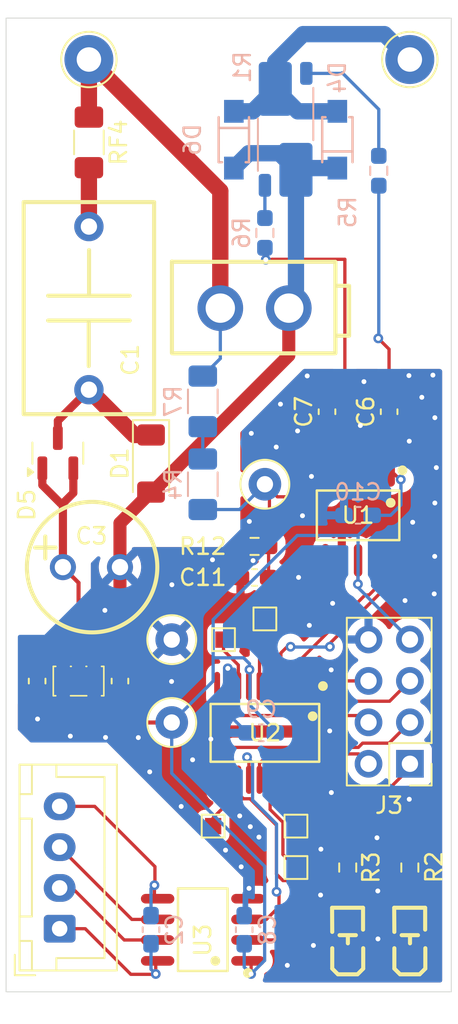
<source format=kicad_pcb>
(kicad_pcb (version 20240108) (generator "pcbnew") (generator_version "8.0")
  (layers (0 "F.Cu" signal) (31 "B.Cu" signal) (34 "B.Paste" user) (35 "F.Paste" user) (36 "B.SilkS" user "B.Silkscreen") (37 "F.SilkS" user "F.Silkscreen") (38 "B.Mask" user) (39 "F.Mask" user) (44 "Edge.Cuts" user))
  (net 0 "")
  (net 1 "Net-(D1-K)")
  (net 2 "Net-(J4-Pin_1)")
  (net 3 "Net-(J4-Pin_4)")
  (net 4 "Net-(U4-IN)")
  (net 5 "GND")
  (net 6 "+3.3V")
  (net 7 "Net-(U1-IP)")
  (net 8 "Net-(U1-IN)")
  (net 9 "Net-(U1-VP)")
  (net 10 "Net-(D4-A)")
  (net 11 "Net-(J4-Pin_2)")
  (net 12 "Net-(J4-Pin_3)")
  (net 13 "Net-(LED1-A)")
  (net 14 "Net-(LED2-A)")
  (net 15 "Net-(U2-PA1)")
  (net 16 "Net-(U2-PA0)")
  (net 17 "Net-(U2-PA7)")
  (net 18 "Net-(U2-PA12)")
  (net 19 "Net-(U2-PF1-OSCOUT)")
  (net 20 "Net-(U2-PF0-OSCIN)")
  (net 21 "Net-(U2-PB5)")
  (net 22 "Net-(U1-RX{slash}SDI)")
  (net 23 "Net-(U1-TX{slash}SDO)")
  (net 24 "Net-(U1-CF1)")
  (net 25 "Net-(U2-PB6)")
  (net 26 "Net-(U2-PB7)")
  (net 27 "Net-(R1-Pad2)")
  (net 28 "Net-(R1-Pad3)")
  (net 29 "/220L1")
  (net 30 "/220L")
  (net 31 "/220L3")
  (net 32 "/PRG-SWD")
  (net 33 "/PRG-BOOT0")
  (net 34 "/PRG-TX")
  (net 35 "/PRG-RX")
  (net 36 "/PRG-~{RST}")
  (net 37 "/PRG-SWC")
  (footprint "TestPoint:TestPoint_Loop_D1.80mm_Drill1.0mm_Beaded" (layer "F.Cu") (at 165.1 107.315)
    (property "Reference" "TP7" (hide yes))
    (property "Value" "TestPoint" (hide yes))
  )
  (footprint "Resistor_SMD:R_1206_3216Metric_Pad1.30x1.75mm_HandSolder" (layer "F.Cu") (at 160.02 71.755 -90)
    (property "Reference" "RF4")
    (property "Value" "FCR1206J56R0P05Z")
  )
  (footprint "Capacitor_SMD:C_0603_1608Metric_Pad1.08x0.95mm_HandSolder" (layer "F.Cu") (at 161.925 104.775 90)
    (property "Reference" "C4" (hide yes))
    (property "Value" "1.0")
  )
  (footprint "TestPoint:TestPoint_Pad_1.0x1.0mm" (layer "F.Cu") (at 167.64 113.665 180)
    (property "Reference" "TP5" (hide yes))
    (property "Value" "TestPoint")
  )
  (footprint "easyeda2kicad:SOIC-8_L4.9-W3.9-P1.27-LS6.0-BL" (layer "F.Cu") (at 167.005 120.015 90)
    (property "Reference" "U3")
    (property "Value" "CA-IS3721CHS")
  )
  (footprint "Connector_PinHeader_2.54mm:PinHeader_2x04_P2.54mm_Vertical" (layer "F.Cu") (at 179.71 109.845 180)
    (property "Reference" "J3")
    (property "Value" "PROG/SWD")
  )
  (footprint "Capacitor_SMD:C_0603_1608Metric_Pad1.08x0.95mm_HandSolder" (layer "F.Cu") (at 156.845 104.775 -90)
    (property "Reference" "C5" (hide yes))
    (property "Value" "1.0")
  )
  (footprint "Resistor_SMD:R_0603_1608Metric_Pad0.98x0.95mm_HandSolder" (layer "F.Cu") (at 170.18 96.52)
    (property "Reference" "R12")
    (property "Value" "510")
  )
  (footprint "easyeda2kicad:SSOP-10_L4.9-W3.9-P1.00-LS6.0-BL" (layer "F.Cu") (at 176.53 94.615 180)
    (property "Reference" "U1")
    (property "Value" "BL0942")
  )
  (footprint "Diode_SMD:D_MiniMELF" (layer "F.Cu") (at 163.83 91.44 -90)
    (property "Reference" "D1")
    (property "Value" "ZMM5V6")
  )
  (footprint "easyeda2kicad:LED0805-RD" (layer "F.Cu") (at 175.895 120.65 90)
    (property "Reference" "LED2" (hide yes))
    (property "Value" "KP-2012SGC" (hide yes))
  )
  (footprint "Package_TO_SOT_SMD:SOT-23" (layer "F.Cu") (at 158.115 90.805 90)
    (property "Reference" "D5")
    (property "Value" "BAT54A")
  )
  (footprint "Resistor_SMD:R_0603_1608Metric_Pad0.98x0.95mm_HandSolder" (layer "F.Cu") (at 175.895 116.205 -90)
    (property "Reference" "R3")
    (property "Value" "560")
  )
  (footprint "easyeda2kicad:CONN-TH_HAA420A-2A" (layer "F.Cu") (at 170.18 81.915 -90)
    (property "Reference" "J1" (hide yes))
    (property "Value" "Input")
  )
  (footprint "TestPoint:TestPoint_Loop_D2.54mm_Drill1.5mm_Beaded" (layer "F.Cu") (at 160.02 66.675)
    (property "Reference" "J2" (hide yes))
    (property "Value" "Out-L")
  )
  (footprint "easyeda2kicad:SOT-23-5_L3.0-W1.7-P0.95-LS2.8-BR" (layer "F.Cu") (at 159.385 104.775 90)
    (property "Reference" "U4" (hide yes))
    (property "Value" "TLV70433DBVR")
  )
  (footprint "Capacitor_SMD:C_0603_1608Metric_Pad1.08x0.95mm_HandSolder" (layer "F.Cu") (at 170.18 98.425 180)
    (property "Reference" "C11")
    (property "Value" "68nF")
  )
  (footprint "Capacitor_SMD:C_0603_1608Metric_Pad1.08x0.95mm_HandSolder" (layer "F.Cu") (at 174.625 88.265 90)
    (property "Reference" "C7")
    (property "Value" "68nF")
  )
  (footprint "Resistor_SMD:R_0603_1608Metric_Pad0.98x0.95mm_HandSolder" (layer "F.Cu") (at 179.705 116.205 -90)
    (property "Reference" "R2")
    (property "Value" "560")
  )
  (footprint "TestPoint:TestPoint_Pad_1.0x1.0mm" (layer "F.Cu") (at 172.72 116.205 180)
    (property "Reference" "TP4" (hide yes))
    (property "Value" "TestPoint")
  )
  (footprint "TestPoint:TestPoint_Pad_1.0x1.0mm" (layer "F.Cu") (at 170.815 100.965 180)
    (property "Reference" "TP1" (hide yes))
    (property "Value" "TestPoint")
  )
  (footprint "easyeda2kicad:CAP-TH_BD8.0-P3.50-D0.6-FD" (layer "F.Cu") (at 160.175 97.79)
    (property "Reference" "C3")
    (property "Value" "200x16V")
  )
  (footprint "easyeda2kicad:TSSOP-20_L6.5-W4.4-P0.65-LS6.4-BL" (layer "F.Cu") (at 170.815 107.95 180)
    (property "Reference" "U2")
    (property "Value" "PY32F003F18P6TU")
  )
  (footprint "TestPoint:TestPoint_Pad_1.0x1.0mm" (layer "F.Cu") (at 168.275 102.235 180)
    (property "Reference" "TP2" (hide yes))
    (property "Value" "TestPoint")
  )
  (footprint "Capacitor_SMD:C_0603_1608Metric_Pad1.08x0.95mm_HandSolder" (layer "F.Cu") (at 178.435 88.265 90)
    (property "Reference" "C6")
    (property "Value" "68nF")
  )
  (footprint "TestPoint:TestPoint_Loop_D1.80mm_Drill1.0mm_Beaded" (layer "F.Cu") (at 170.815 92.71)
    (property "Reference" "TP6" (hide yes))
    (property "Value" "TestPoint")
  )
  (footprint "TestPoint:TestPoint_Loop_D2.54mm_Drill1.5mm_Beaded" (layer "F.Cu") (at 179.705 66.675)
    (property "Reference" "J5" (hide yes))
    (property "Value" "Out-N")
  )
  (footprint "TestPoint:TestPoint_Pad_1.0x1.0mm" (layer "F.Cu") (at 172.72 113.665 180)
    (property "Reference" "TP3" (hide yes))
    (property "Value" "TestPoint")
  )
  (footprint "Connector_JST:JST_XH_B4B-XH-A_1x04_P2.50mm_Vertical" (layer "F.Cu") (at 158.225 119.955 90)
    (property "Reference" "J4" (hide yes))
    (property "Value" "Data")
  )
  (footprint "TestPoint:TestPoint_Loop_D1.80mm_Drill1.0mm_Beaded" (layer "F.Cu") (at 165.1 102.235)
    (property "Reference" "TP8" (hide yes))
    (property "Value" "TestPoint" (hide yes))
  )
  (footprint "easyeda2kicad:CAP-TH_L13.0-W8.0-P10.00-D0.6" (layer "F.Cu") (at 160.02 81.915 -90)
    (property "Reference" "C1")
    (property "Value" "82X20069")
  )
  (footprint "easyeda2kicad:LED0805-RD" (layer "F.Cu") (at 179.705 120.65 90)
    (property "Reference" "LED1" (hide yes))
    (property "Value" "KP-2012SGC" (hide yes))
  )
  (footprint "easyeda2kicad:SOD-123FL_L2.7-W1.8-LS3.8-RD" (layer "B.Cu") (at 168.91 71.59 -90)
    (property "Reference" "D6")
    (property "Value" "DSK34")
  )
  (footprint "Resistor_SMD:R_1206_3216Metric_Pad1.30x1.75mm_HandSolder" (layer "B.Cu") (at 167.005 87.63 -90)
    (property "Reference" "R7")
    (property "Value" "1M")
  )
  (footprint "Capacitor_SMD:C_0603_1608Metric_Pad1.08x0.95mm_HandSolder" (layer "B.Cu") (at 176.53 94.615 180)
    (property "Reference" "C10")
    (property "Value" "1.0")
  )
  (footprint "Resistor_SMD:R_1206_3216Metric_Pad1.30x1.75mm_HandSolder" (layer "B.Cu") (at 167.005 92.71 -90)
    (property "Reference" "R4")
    (property "Value" "1M")
  )
  (footprint "Capacitor_SMD:C_0603_1608Metric_Pad1.08x0.95mm_HandSolder" (layer "B.Cu") (at 170.5875 107.95 180)
    (property "Reference" "C9")
    (property "Value" "1.0")
  )
  (footprint "Capacitor_SMD:C_0603_1608Metric_Pad1.08x0.95mm_HandSolder" (layer "B.Cu") (at 163.83 120.015 90)
    (property "Reference" "C2")
    (property "Value" "1.0")
  )
  (footprint "Resistor_SMD:R_Shunt_Vishay_WSK2512_6332Metric_T2.21mm" (layer "B.Cu") (at 172.085 70.955 -90)
    (property "Reference" "R1")
    (property "Value" "JER2512F3R060")
  )
  (footprint "Resistor_SMD:R_0603_1608Metric_Pad0.98x0.95mm_HandSolder" (layer "B.Cu") (at 170.815 77.305 -90)
    (property "Reference" "R6")
    (property "Value" "510")
  )
  (footprint "Capacitor_SMD:C_0603_1608Metric_Pad1.08x0.95mm_HandSolder" (layer "B.Cu") (at 169.545 120.015 90)
    (property "Reference" "C8")
    (property "Value" "1.0")
  )
  (footprint "easyeda2kicad:SOD-123FL_L2.7-W1.8-LS3.8-RD" (layer "B.Cu") (at 175.26 71.59 90)
    (property "Reference" "D4")
    (property "Value" "DSK34_C727076")
  )
  (footprint "Resistor_SMD:R_0603_1608Metric_Pad0.98x0.95mm_HandSolder" (layer "B.Cu") (at 177.8 73.495 -90)
    (property "Reference" "R5")
    (property "Value" "510")
  )
  (gr_line (start 182.245 64.135) (end 182.245 123.825) (stroke (width 0.05)) (layer "Edge.Cuts"))
  (gr_line (start 154.94 123.825) (end 154.94 64.135) (stroke (width 0.05)) (layer "Edge.Cuts"))
  (gr_line (start 182.245 123.825) (end 154.94 123.825) (stroke (width 0.05)) (layer "Edge.Cuts"))
  (gr_line (start 154.94 64.135) (end 182.245 64.135) (stroke (width 0.05)) (layer "Edge.Cuts"))
  (segment (start 162.795 89.69) (end 163.83 89.69) (width 1) (layer "F.Cu") (net 1))
  (segment (start 160.02 86.915) (end 162.795 89.69) (width 1) (layer "F.Cu") (net 1))
  (segment (start 158.115 88.82) (end 160.02 86.915) (width 0.5) (layer "F.Cu") (net 1))
  (segment (start 158.115 89.8675) (end 158.115 88.82) (width 0.5) (layer "F.Cu") (net 1))
  (segment (start 158.225 119.955) (end 159.795 119.955) (width 0.2) (layer "F.Cu") (net 2))
  (segment (start 164.1 122.75) (end 164.12 122.73) (width 0.2) (layer "F.Cu") (net 2))
  (segment (start 164.12 122.04) (end 164.235 121.925) (width 0.2) (layer "F.Cu") (net 2))
  (segment (start 164.12 122.73) (end 164.12 122.04) (width 0.2) (layer "F.Cu") (net 2))
  (segment (start 162.59 122.75) (end 164.1 122.75) (width 0.2) (layer "F.Cu") (net 2))
  (segment (start 159.795 119.955) (end 162.59 122.75) (width 0.2) (layer "F.Cu") (net 2))
  (via (at 164.12 122.73) (size 0.6) (drill 0.3) (layers "F.Cu" "B.Cu") (net 2))
  (segment (start 163.83 122.44) (end 164.12 122.73) (width 0.2) (layer "B.Cu") (net 2))
  (segment (start 163.83 120.8775) (end 163.83 122.44) (width 0.2) (layer "B.Cu") (net 2))
  (segment (start 164.04 117.92) (end 164.235 118.115) (width 0.2) (layer "F.Cu") (net 3))
  (segment (start 164.07 117.26) (end 164.04 117.29) (width 0.2) (layer "F.Cu") (net 3))
  (segment (start 164.07 116.15) (end 164.07 117.26) (width 0.2) (layer "F.Cu") (net 3))
  (segment (start 160.375 112.455) (end 164.07 116.15) (width 0.2) (layer "F.Cu") (net 3))
  (segment (start 164.04 117.29) (end 164.04 117.92) (width 0.2) (layer "F.Cu") (net 3))
  (segment (start 158.225 112.455) (end 160.375 112.455) (width 0.2) (layer "F.Cu") (net 3))
  (via (at 164.04 117.29) (size 0.6) (drill 0.3) (layers "F.Cu" "B.Cu") (net 3))
  (segment (start 163.83 117.5) (end 164.04 117.29) (width 0.2) (layer "B.Cu") (net 3))
  (segment (start 163.83 119.1525) (end 163.83 117.5) (width 0.2) (layer "B.Cu") (net 3))
  (segment (start 159.065 93.245) (end 158.425 93.885) (width 0.5) (layer "F.Cu") (net 4))
  (segment (start 159.065 91.7425) (end 159.065 93.245) (width 0.5) (layer "F.Cu") (net 4))
  (segment (start 160.335 105.905) (end 159.385 104.955) (width 0.25) (layer "F.Cu") (net 4))
  (segment (start 159.385 103.475) (end 159.385 98.75) (width 0.25) (layer "F.Cu") (net 4))
  (segment (start 161.4875 106.075) (end 161.925 105.6375) (width 0.25) (layer "F.Cu") (net 4))
  (segment (start 159.385 104.955) (end 159.385 103.475) (width 0.25) (layer "F.Cu") (net 4))
  (segment (start 158.425 93.885) (end 158.425 97.79) (width 0.5) (layer "F.Cu") (net 4))
  (segment (start 159.385 98.75) (end 158.425 97.79) (width 0.25) (layer "F.Cu") (net 4))
  (segment (start 160.335 106.075) (end 161.4875 106.075) (width 0.25) (layer "F.Cu") (net 4))
  (segment (start 160.335 106.075) (end 160.335 105.905) (width 0.2) (layer "F.Cu") (net 4))
  (segment (start 158.285 93.885) (end 158.425 93.885) (width 0.5) (layer "F.Cu") (net 4))
  (segment (start 157.165 92.765) (end 158.285 93.885) (width 0.5) (layer "F.Cu") (net 4))
  (segment (start 157.165 91.7425) (end 157.165 92.765) (width 0.5) (layer "F.Cu") (net 4))
  (segment (start 168.54 103.995) (end 168.54 105.075) (width 0.2) (layer "F.Cu") (net 5))
  (segment (start 169.84 117.48) (end 169.84 118.05) (width 0.2) (layer "F.Cu") (net 5))
  (segment (start 168.54 105.075) (end 168.535 105.08) (width 0.2) (layer "F.Cu") (net 5))
  (segment (start 161.925 97.79) (end 161.925 95.095) (width 0.8) (layer "F.Cu") (net 5))
  (segment (start 174.53 89.2225) (end 174.53 91.855) (width 0.2) (layer "F.Cu") (net 5))
  (segment (start 156.845 107.075) (end 156.87 107.1) (width 0.2) (layer "F.Cu") (net 5))
  (segment (start 173.67 92.23) (end 174.155 92.23) (width 0.2) (layer "F.Cu") (net 5))
  (segment (start 169.2675 96.52) (end 169.21 96.52) (width 0.2) (layer "F.Cu") (net 5))
  (segment (start 161.925 95.095) (end 163.83 93.19) (width 0.8) (layer "F.Cu") (net 5))
  (segment (start 163.4225 103.9125) (end 165.1 102.235) (width 0.5) (layer "F.Cu") (net 5))
  (segment (start 169.21 96.52) (end 168.63 97.1) (width 0.2) (layer "F.Cu") (net 5))
  (segment (start 163.83 93.19) (end 163.91 93.19) (width 0.5) (layer "F.Cu") (net 5))
  (segment (start 161.925 103.9125) (end 163.4225 103.9125) (width 0.5) (layer "F.Cu") (net 5))
  (segment (start 156.845 105.6375) (end 156.845 107.075) (width 0.2) (layer "F.Cu") (net 5))
  (segment (start 174.155 92.23) (end 174.53 91.855) (width 0.2) (layer "F.Cu") (net 5))
  (segment (start 161.925 103.9125) (end 161.925 97.79) (width 0.8) (layer "F.Cu") (net 5))
  (segment (start 174.625 89.1275) (end 174.53 89.2225) (width 0.2) (layer "F.Cu") (net 5))
  (segment (start 163.91 93.19) (end 172.28 84.82) (width 0.8) (layer "F.Cu") (net 5))
  (segment (start 179.7675 89.1275) (end 179.79 89.15) (width 0.2) (layer "F.Cu") (net 5))
  (segment (start 178.435 89.1275) (end 179.7675 89.1275) (width 0.2) (layer "F.Cu") (net 5))
  (segment (start 172.28 84.82) (end 172.28 81.915) (width 0.8) (layer "F.Cu") (net 5))
  (segment (start 169.84 118.05) (end 169.775 118.115) (width 0.2) (layer "F.Cu") (net 5))
  (via (at 165.68 112.46) (size 0.6) (drill 0.3) (layers "F.Cu" "B.Cu") (net 5))
  (via (at 172.82 89.44) (size 0.6) (drill 0.3) (layers "F.Cu" "B.Cu") (net 5))
  (via (at 169.92 113.7) (size 0.6) (drill 0.3) (layers "F.Cu" "B.Cu") (net 5))
  (via (at 172.19 122.2) (size 0.6) (drill 0.3) (layers "F.Cu" "B.Cu") (net 5))
  (via (at 169.98 89.59) (size 0.6) (drill 0.3) (layers "F.Cu" "B.Cu") (net 5))
  (via (at 167.5 108.33) (size 0.6) (drill 0.3) (layers "F.Cu" "B.Cu") (net 5))
  (via (at 171.51 90.43) (size 0.6) (drill 0.3) (layers "F.Cu" "B.Cu") (net 5))
  (via (at 169.86 94.99) (size 0.6) (drill 0.3) (layers "F.Cu" "B.Cu") (net 5))
  (via (at 174.79 107.83) (size 0.6) (drill 0.3) (layers "F.Cu" "B.Cu") (net 5))
  (via (at 177.69 114.38) (size 0.6) (drill 0.3) (layers "F.Cu" "B.Cu") (net 5))
  (via (at 173.54 101.36) (size 0.6) (drill 0.3) (layers "F.Cu" "B.Cu") (net 5))
  (via (at 180.44 87.38) (size 0.6) (drill 0.3) (layers "F.Cu" "B.Cu") (net 5))
  (via (at 170.45 114.34) (size 0.6) (drill 0.3) (layers "F.Cu" "B.Cu") (net 5))
  (via (at 174.25 115.08) (size 0.6) (drill 0.3) (layers "F.Cu" "B.Cu") (net 5))
  (via (at 179.67 112.02) (size 0.6) (drill 0.3) (layers "F.Cu" "B.Cu") (net 5))
  (via (at 163.75 110.34) (size 0.6) (drill 0.3) (layers "F.Cu" "B.Cu") (net 5))
  (via (at 176.89 86.42) (size 0.6) (drill 0.3) (layers "F.Cu" "B.Cu") (net 5))
  (via (at 169.36 116.16) (size 0.6) (drill 0.3) (layers "F.Cu" "B.Cu") (net 5))
  (via (at 173.41 86.07) (size 0.6) (drill 0.3) (layers "F.Cu" "B.Cu") (net 5))
  (via (at 181.24 93.86) (size 0.6) (drill 0.3) (layers "F.Cu" "B.Cu") (net 5))
  (via (at 176.67 89.11) (size 0.6) (drill 0.3) (layers "F.Cu" "B.Cu") (net 5))
  (via (at 168.4 115.14) (size 0.6) (drill 0.3) (layers "F.Cu" "B.Cu") (net 5))
  (via (at 174.23 117.89) (size 0.6) (drill 0.3) (layers "F.Cu" "B.Cu") (net 5))
  (via (at 181.33 91.69) (size 0.6) (drill 0.3) (layers "F.Cu" "B.Cu") (net 5))
  (via (at 171.77 87.8) (size 0.6) (drill 0.3) (layers "F.Cu" "B.Cu") (net 5))
  (via (at 161.04 108.23) (size 0.6) (drill 0.3) (layers "F.Cu" "B.Cu") (net 5))
  (via (at 161 100.44) (size 0.6) (drill 0.3) (layers "F.Cu" "B.Cu") (net 5))
  (via (at 177.74 117.64) (size 0.6) (drill 0.3) (layers "F.Cu" "B.Cu") (net 5))
  (via (at 156.87 107.1) (size 0.6) (drill 0.3) (layers "F.Cu" "B.Cu") (net 5))
  (via (at 167.6 97.34) (size 0.6) (drill 0.3) (layers "F.Cu" "B.Cu") (net 5))
  (via (at 179.88 95.04) (size 0.6) (drill 0.3) (layers "F.Cu" "B.Cu") (net 5))
  (via (at 169.84 117.48) (size 0.6) (drill 0.3) (layers "F.Cu" "B.Cu") (net 5))
  (via (at 181.12 86.02) (size 0.6) (drill 0.3) (layers "F.Cu" "B.Cu") (net 5))
  (via (at 170.09 97.39) (size 0.6) (drill 0.3) (layers "F.Cu" "B.Cu") (net 5))
  (via (at 165.09 104.8) (size 0.6) (drill 0.3) (layers "F.Cu" "B.Cu") (net 5))
  (via (at 173.67 92.23) (size 0.6) (drill 0.3) (layers "F.Cu" "B.Cu") (net 5))
  (via (at 181.24 88.63) (size 0.6) (drill 0.3) (layers "F.Cu" "B.Cu") (net 5))
  (via (at 174.89 111.61) (size 0.6) (drill 0.3) (layers "F.Cu" "B.Cu") (net 5))
  (via (at 179.41 99.84) (size 0.6) (drill 0.3) (layers "F.Cu" "B.Cu") (net 5))
  (via (at 181.2 99.43) (size 0.6) (drill 0.3) (layers "F.Cu" "B.Cu") (net 5))
  (via (at 179.67 90.07) (size 0.6) (drill 0.3) (layers "F.Cu" "B.Cu") (net 5))
  (via (at 173.79 120.98) (size 0.6) (drill 0.3) (layers "F.Cu" "B.Cu") (net 5))
  (via (at 173.12 94.64) (size 0.6) (drill 0.3) (layers "F.Cu" "B.Cu") (net 5))
  (via (at 174.97 100.01) (size 0.6) (drill 0.3) (layers "F.Cu" "B.Cu") (net 5))
  (via (at 168.54 103.995) (size 0.6) (drill 0.3) (layers "F.Cu" "B.Cu") (net 5))
  (via (at 177.75 120.58) (size 0.6) (drill 0.3) (layers "F.Cu" "B.Cu") (net 5))
  (via (at 165.11 98.87) (size 0.6) (drill 0.3) (layers "F.Cu" "B.Cu") (net 5))
  (via (at 158.88 108.15) (size 0.6) (drill 0.3) (layers "F.Cu" "B.Cu") (net 5))
  (via (at 166.38 109.6) (size 0.6) (drill 0.3) (layers "F.Cu" "B.Cu") (net 5))
  (via (at 181.23 97.13) (size 0.6) (drill 0.3) (layers "F.Cu" "B.Cu") (net 5))
  (via (at 172.88 98.42) (size 0.6) (drill 0.3) (layers "F.Cu" "B.Cu") (net 5))
  (via (at 163.05 108.24) (size 0.6) (drill 0.3) (layers "F.Cu" "B.Cu") (net 5))
  (via (at 174.88 104.09) (size 0.6) (drill 0.3) (layers "F.Cu" "B.Cu") (net 5))
  (via (at 169.27 113.04) (size 0.6) (drill 0.3) (layers "F.Cu" "B.Cu") (net 5))
  (via (at 179.65 86.05) (size 0.6) (drill 0.3) (layers "F.Cu" "B.Cu") (net 5))
  (segment (start 172.825 73.33) (end 172.72 73.435) (width 1) (layer "B.Cu") (net 5))
  (segment (start 169.545 117.775) (end 169.545 119.1525) (width 0.2) (layer "B.Cu") (net 5))
  (segment (start 173.79 93.91) (end 173.67 93.79) (width 0.2) (layer "B.Cu") (net 5))
  (segment (start 169.82 72.42) (end 171.705 72.42) (width 1) (layer "B.Cu") (net 5))
  (segment (start 175.6675 94.615) (end 174.495 94.615) (width 0.2) (layer "B.Cu") (net 5))
  (segment (start 171.705 72.42) (end 172.72 73.435) (width 1) (layer "B.Cu") (net 5))
  (segment (start 168.91 73.33) (end 169.82 72.42) (width 1) (layer "B.Cu") (net 5))
  (segment (start 174.495 94.615) (end 173.79 93.91) (width 0.2) (layer "B.Cu") (net 5))
  (segment (start 169.84 117.48) (end 169.545 117.775) (width 0.2) (layer "B.Cu") (net 5))
  (segment (start 169.725 107.95) (end 168.53 106.755) (width 0.2) (layer "B.Cu") (net 5))
  (segment (start 175.26 73.33) (end 172.825 73.33) (width 1) (layer "B.Cu") (net 5))
  (segment (start 172.72 73.435) (end 172.72 81.475) (width 1) (layer "B.Cu") (net 5))
  (segment (start 172.72 81.475) (end 172.28 81.915) (width 1) (layer "B.Cu") (net 5))
  (segment (start 173.67 93.79) (end 173.67 92.23) (width 0.2) (layer "B.Cu") (net 5))
  (segment (start 168.53 106.755) (end 168.53 106.645) (width 0.2) (layer "B.Cu") (net 5))
  (segment (start 168.53 104.005) (end 168.54 103.995) (width 0.2) (layer "B.Cu") (net 5))
  (segment (start 168.53 106.645) (end 168.53 104.005) (width 0.2) (layer "B.Cu") (net 5))
  (segment (start 158.435 103.475) (end 158.435 106.075) (width 0.25) (layer "F.Cu") (net 6))
  (segment (start 176.52 97.385) (end 176.53 97.375) (width 0.2) (layer "F.Cu") (net 6))
  (segment (start 179.095 92.42) (end 178.53 91.855) (width 0.2) (layer "F.Cu") (net 6))
  (segment (start 179.15 92.42) (end 179.095 92.42) (width 0.2) (layer "F.Cu") (net 6))
  (segment (start 176.52 98.83) (end 176.52 97.385) (width 0.2) (layer "F.Cu") (net 6))
  (segment (start 169.97 122.73) (end 169.97 122.12) (width 0.2) (layer "F.Cu") (net 6))
  (segment (start 158.435 106.075) (end 159.675 107.315) (width 0.25) (layer "F.Cu") (net 6))
  (segment (start 169.87 104.075) (end 169.87 105.045) (width 0.2) (layer "F.Cu") (net 6))
  (segment (start 159.675 107.315) (end 165.1 107.315) (width 0.25) (layer "F.Cu") (net 6))
  (segment (start 169.87 105.045) (end 169.835 105.08) (width 0.2) (layer "F.Cu") (net 6))
  (segment (start 156.845 103.9125) (end 157.9975 103.9125) (width 0.25) (layer "F.Cu") (net 6))
  (segment (start 169.97 122.12) (end 169.775 121.925) (width 0.2) (layer "F.Cu") (net 6))
  (segment (start 157.9975 103.9125) (end 158.435 103.475) (width 0.25) (layer "F.Cu") (net 6))
  (via (at 179.15 92.42) (size 0.6) (drill 0.3) (layers "F.Cu" "B.Cu") (net 6))
  (via (at 169.97 122.73) (size 0.6) (drill 0.3) (layers "F.Cu" "B.Cu") (net 6))
  (via (at 169.87 104.075) (size 0.6) (drill 0.3) (layers "F.Cu" "B.Cu") (net 6))
  (via (at 176.52 98.83) (size 0.6) (drill 0.3) (layers "F.Cu" "B.Cu") (net 6))
  (segment (start 170.8 116.13) (end 165.1 110.43) (width 0.2) (layer "B.Cu") (net 6))
  (segment (start 179.16 93.98) (end 179.16 92.43) (width 0.2) (layer "B.Cu") (net 6))
  (segment (start 171.45 107.95) (end 171.45 107.815) (width 0.2) (layer "B.Cu") (net 6))
  (segment (start 171.45 107.815) (end 169.9 106.265) (width 0.2) (layer "B.Cu") (net 6))
  (segment (start 167.64 101.01) (end 167.64 103.35) (width 0.2) (layer "B.Cu") (net 6))
  (segment (start 177.3925 94.615) (end 178.525 94.615) (width 0.2) (layer "B.Cu") (net 6))
  (segment (start 177.3925 94.615) (end 177.3925 94.9875) (width 0.2) (layer "B.Cu") (net 6))
  (segment (start 179.16 92.43) (end 179.15 92.42) (width 0.2) (layer "B.Cu") (net 6))
  (segment (start 176.52 98.83) (end 176.52 99.035) (width 0.2) (layer "B.Cu") (net 6))
  (segment (start 169.87 103.71) (end 169.51 103.35) (width 0.2) (layer "B.Cu") (net 6))
  (segment (start 169.51 103.35) (end 167.64 103.35) (width 0.2) (layer "B.Cu") (net 6))
  (segment (start 169.97 122.73) (end 170.8 121.9) (width 0.2) (layer "B.Cu") (net 6))
  (segment (start 170.8 121.9) (end 170.8 116.13) (width 0.2) (layer "B.Cu") (net 6))
  (segment (start 169.9 104.105) (end 169.87 104.075) (width 0.2) (layer "B.Cu") (net 6))
  (segment (start 169.9 106.265) (end 169.9 104.105) (width 0.2) (layer "B.Cu") (net 6))
  (segment (start 169.545 120.8775) (end 169.545 122.305) (width 0.2) (layer "B.Cu") (net 6))
  (segment (start 176.53 95.85) (end 172.8 95.85) (width 0.2) (layer "B.Cu") (net 6))
  (segment (start 165.1 107.315) (end 165.195 107.315) (width 0.2) (layer "B.Cu") (net 6))
  (segment (start 177.3925 94.9875) (end 176.53 95.85) (width 0.2) (layer "B.Cu") (net 6))
  (segment (start 178.525 94.615) (end 179.16 93.98) (width 0.2) (layer "B.Cu") (net 6))
  (segment (start 167.64 104.775) (end 165.1 107.315) (width 0.2) (layer "B.Cu") (net 6))
  (segment (start 176.53 95.85) (end 176.53 98.82) (width 0.2) (layer "B.Cu") (net 6))
  (segment (start 172.8 95.85) (end 167.64 101.01) (width 0.2) (layer "B.Cu") (net 6))
  (segment (start 176.52 99.035) (end 179.71 102.225) (width 0.2) (layer "B.Cu") (net 6))
  (segment (start 167.64 103.35) (end 167.64 104.775) (width 0.2) (layer "B.Cu") (net 6))
  (segment (start 176.53 98.82) (end 176.52 98.83) (width 0.2) (layer "B.Cu") (net 6))
  (segment (start 165.1 110.43) (end 165.1 107.315) (width 0.2) (layer "B.Cu") (net 6))
  (segment (start 169.87 104.075) (end 169.87 103.71) (width 0.2) (layer "B.Cu") (net 6))
  (segment (start 169.545 122.305) (end 169.97 122.73) (width 0.2) (layer "B.Cu") (net 6))
  (segment (start 178.43 84.43) (end 178.43 87.4) (width 0.2) (layer "F.Cu") (net 7))
  (segment (start 177.53 87.4) (end 177.53 91.855) (width 0.2) (layer "F.Cu") (net 7))
  (segment (start 177.5325 87.4025) (end 177.53 87.4) (width 0.2) (layer "F.Cu") (net 7))
  (segment (start 177.77 83.77) (end 178.43 84.43) (width 0.2) (layer "F.Cu") (net 7))
  (segment (start 178.43 87.4) (end 177.53 87.4) (width 0.2) (layer "F.Cu") (net 7))
  (segment (start 178.435 87.4025) (end 177.5325 87.4025) (width 0.2) (layer "F.Cu") (net 7))
  (via (at 177.77 83.77) (size 0.6) (drill 0.3) (layers "F.Cu" "B.Cu") (net 7))
  (segment (start 177.79 83.75) (end 177.77 83.77) (width 0.2) (layer "B.Cu") (net 7))
  (segment (start 177.8 74.4075) (end 177.8 83.75) (width 0.2) (layer "B.Cu") (net 7))
  (segment (start 177.8 83.75) (end 177.79 83.75) (width 0.2) (layer "B.Cu") (net 7))
  (segment (start 170.87 78.94) (end 171.23 78.94) (width 0.2) (layer "F.Cu") (net 8))
  (segment (start 175.7 87.4325) (end 175.7 89.84) (width 0.2) (layer "F.Cu") (net 8))
  (segment (start 171.23 78.94) (end 171.25 78.92) (width 0.2) (layer "F.Cu") (net 8))
  (segment (start 175.72 78.92) (end 175.72 87.3925) (width 0.2) (layer "F.Cu") (net 8))
  (segment (start 175.7 89.84) (end 176.53 90.67) (width 0.2) (layer "F.Cu") (net 8))
  (segment (start 176.53 90.67) (end 176.53 91.855) (width 0.2) (layer "F.Cu") (net 8))
  (segment (start 175.72 87.3925) (end 175.73 87.4025) (width 0.2) (layer "F.Cu") (net 8))
  (segment (start 174.625 87.4025) (end 175.73 87.4025) (width 0.2) (layer "F.Cu") (net 8))
  (segment (start 175.73 87.4025) (end 175.7 87.4325) (width 0.2) (layer "F.Cu") (net 8))
  (segment (start 171.25 78.92) (end 175.72 78.92) (width 0.2) (layer "F.Cu") (net 8))
  (via (at 170.87 78.94) (size 0.6) (drill 0.3) (layers "F.Cu" "B.Cu") (net 8))
  (segment (start 170.815 78.885) (end 170.87 78.94) (width 0.2) (layer "B.Cu") (net 8))
  (segment (start 170.815 78.2175) (end 170.815 78.885) (width 0.2) (layer "B.Cu") (net 8))
  (segment (start 171.585 93.48) (end 170.815 92.71) (width 0.2) (layer "F.Cu") (net 9))
  (segment (start 175.53 91.855) (end 175.53 92.79) (width 0.2) (layer "F.Cu") (net 9))
  (segment (start 171.0425 98.425) (end 171.0425 96.57) (width 0.2) (layer "F.Cu") (net 9))
  (segment (start 171.0925 96.52) (end 171.0925 92.9875) (width 0.2) (layer "F.Cu") (net 9))
  (segment (start 171.0425 96.57) (end 171.0925 96.52) (width 0.2) (layer "F.Cu") (net 9))
  (segment (start 171.0925 92.9875) (end 170.815 92.71) (width 0.2) (layer "F.Cu") (net 9))
  (segment (start 174.84 93.48) (end 171.585 93.48) (width 0.2) (layer "F.Cu") (net 9))
  (segment (start 175.53 92.79) (end 174.84 93.48) (width 0.2) (layer "F.Cu") (net 9))
  (segment (start 167.005 94.26) (end 169.265 94.26) (width 0.2) (layer "B.Cu") (net 9))
  (segment (start 169.265 94.26) (end 170.815 92.71) (width 0.2) (layer "B.Cu") (net 9))
  (segment (start 178.15 65.12) (end 173.155001 65.12) (width 1) (layer "B.Cu") (net 10))
  (segment (start 172.825 69.85) (end 171.45 68.475) (width 1) (layer "B.Cu") (net 10))
  (segment (start 170.075 69.85) (end 171.45 68.475) (width 1) (layer "B.Cu") (net 10))
  (segment (start 168.91 69.85) (end 170.075 69.85) (width 1) (layer "B.Cu") (net 10))
  (segment (start 173.155001 65.12) (end 171.45 66.825001) (width 1) (layer "B.Cu") (net 10))
  (segment (start 179.705 66.675) (end 178.15 65.12) (width 1) (layer "B.Cu") (net 10))
  (segment (start 171.45 66.825001) (end 171.45 68.475) (width 1) (layer "B.Cu") (net 10))
  (segment (start 175.26 69.85) (end 172.825 69.85) (width 1) (layer "B.Cu") (net 10))
  (segment (start 162.185 120.645) (end 164.235 120.645) (width 0.2) (layer "F.Cu") (net 11))
  (segment (start 158.225 117.455) (end 158.995 117.455) (width 0.2) (layer "F.Cu") (net 11))
  (segment (start 158.995 117.455) (end 162.185 120.645) (width 0.2) (layer "F.Cu") (net 11))
  (segment (start 162.655 119.385) (end 164.235 119.385) (width 0.2) (layer "F.Cu") (net 12))
  (segment (start 158.225 114.955) (end 162.655 119.385) (width 0.2) (layer "F.Cu") (net 12))
  (segment (start 179.705 117.1175) (end 179.705 119.55) (width 0.2) (layer "F.Cu") (net 13))
  (segment (start 175.895 117.1175) (end 175.895 119.55) (width 0.2) (layer "F.Cu") (net 14))
  (segment (start 178.4 112.92) (end 179.705 114.225) (width 0.2) (layer "F.Cu") (net 15))
  (segment (start 174.72 112.92) (end 178.4 112.92) (width 0.2) (layer "F.Cu") (net 15))
  (segment (start 173.745 111.945) (end 174.72 112.92) (width 0.2) (layer "F.Cu") (net 15))
  (segment (start 179.705 114.225) (end 179.705 115.2925) (width 0.2) (layer "F.Cu") (net 15))
  (segment (start 173.745 110.82) (end 173.745 111.945) (width 0.2) (layer "F.Cu") (net 15))
  (segment (start 173.095 112.075) (end 175.895 114.875) (width 0.2) (layer "F.Cu") (net 16))
  (segment (start 173.095 110.82) (end 173.095 112.075) (width 0.2) (layer "F.Cu") (net 16))
  (segment (start 175.895 114.875) (end 175.895 115.2925) (width 0.2) (layer "F.Cu") (net 16))
  (segment (start 170.485 101.295) (end 170.485 105.08) (width 0.2) (layer "F.Cu") (net 17))
  (segment (start 170.815 100.965) (end 170.485 101.295) (width 0.2) (layer "F.Cu") (net 17))
  (segment (start 168.275 102.881471) (end 169.185 103.791471) (width 0.2) (layer "F.Cu") (net 18))
  (segment (start 168.275 102.235) (end 168.275 102.881471) (width 0.2) (layer "F.Cu") (net 18))
  (segment (start 169.185 103.791471) (end 169.185 105.08) (width 0.2) (layer "F.Cu") (net 18))
  (segment (start 171.795 112.74) (end 171.795 110.82) (width 0.2) (layer "F.Cu") (net 19))
  (segment (start 172.72 113.665) (end 171.795 112.74) (width 0.2) (layer "F.Cu") (net 19))
  (segment (start 171.92 115.405) (end 171.92 113.430686) (width 0.2) (layer "F.Cu") (net 20))
  (segment (start 172.72 116.205) (end 171.92 115.405) (width 0.2) (layer "F.Cu") (net 20))
  (segment (start 171.135 112.645686) (end 171.135 110.82) (width 0.2) (layer "F.Cu") (net 20))
  (segment (start 171.92 113.430686) (end 171.135 112.645686) (width 0.2) (layer "F.Cu") (net 20))
  (segment (start 167.64 113.155) (end 168.535 112.26) (width 0.2) (layer "F.Cu") (net 21))
  (segment (start 168.535 112.26) (end 168.535 110.82) (width 0.2) (layer "F.Cu") (net 21))
  (segment (start 167.64 113.665) (end 167.64 113.155) (width 0.2) (layer "F.Cu") (net 21))
  (segment (start 177.53 97.375) (end 177.53 99.17) (width 0.2) (layer "F.Cu") (net 22))
  (segment (start 176.96 99.5) (end 172.445 104.015) (width 0.2) (layer "F.Cu") (net 22))
  (segment (start 172.445 104.015) (end 172.445 105.08) (width 0.2) (layer "F.Cu") (net 22))
  (segment (start 177.53 99.17) (end 177.2 99.5) (width 0.2) (layer "F.Cu") (net 22))
  (segment (start 177.2 99.5) (end 176.96 99.5) (width 0.2) (layer "F.Cu") (net 22))
  (segment (start 171.795 103.055) (end 171.795 105.08) (width 0.2) (layer "F.Cu") (net 23))
  (segment (start 178.53 98.735686) (end 178.53 97.375) (width 0.2) (layer "F.Cu") (net 23))
  (segment (start 172.39 102.671473) (end 172.178527 102.671473) (width 0.2) (layer "F.Cu") (net 23))
  (segment (start 172.178527 102.671473) (end 171.795 103.055) (width 0.2) (layer "F.Cu") (net 23))
  (segment (start 174.8 102.465686) (end 178.53 98.735686) (width 0.2) (layer "F.Cu") (net 23))
  (segment (start 174.8 102.67) (end 174.8 102.465686) (width 0.2) (layer "F.Cu") (net 23))
  (via (at 172.39 102.671473) (size 0.6) (drill 0.3) (layers "F.Cu" "B.Cu") (net 23))
  (via (at 174.8 102.67) (size 0.6) (drill 0.3) (layers "F.Cu" "B.Cu") (net 23))
  (segment (start 172.408527 102.69) (end 172.39 102.671473) (width 0.2) (layer "B.Cu") (net 23))
  (segment (start 174.78 102.69) (end 172.408527 102.69) (width 0.2) (layer "B.Cu") (net 23))
  (segment (start 174.8 102.67) (end 174.78 102.69) (width 0.2) (layer "B.Cu") (net 23))
  (segment (start 174.53 97.375) (end 174.53 98.9) (width 0.2) (layer "F.Cu") (net 24))
  (segment (start 174.53 98.9) (end 171.135 102.295) (width 0.2) (layer "F.Cu") (net 24))
  (segment (start 171.135 102.295) (end 171.135 105.08) (width 0.2) (layer "F.Cu") (net 24))
  (segment (start 172.095 120.645) (end 172.88 119.86) (width 0.2) (layer "F.Cu") (net 25))
  (segment (start 169.9 111.99) (end 169.5 111.99) (width 0.2) (layer "F.Cu") (net 25))
  (segment (start 171.52 113.61) (end 169.9 111.99) (width 0.2) (layer "F.Cu") (net 25))
  (segment (start 169.5 111.99) (end 169.185 111.675) (width 0.2) (layer "F.Cu") (net 25))
  (segment (start 172.88 117.005) (end 171.92 117.005) (width 0.2) (layer "F.Cu") (net 25))
  (segment (start 169.185 111.675) (end 169.185 110.82) (width 0.2) (layer "F.Cu") (net 25))
  (segment (start 171.52 116.605) (end 171.52 113.61) (width 0.2) (layer "F.Cu") (net 25))
  (segment (start 172.88 119.86) (end 172.88 117.005) (width 0.2) (layer "F.Cu") (net 25))
  (segment (start 171.92 117.005) (end 171.52 116.605) (width 0.2) (layer "F.Cu") (net 25))
  (segment (start 169.775 120.645) (end 172.095 120.645) (width 0.2) (layer "F.Cu") (net 25))
  (segment (start 171.68 118.61) (end 171.68 117.84) (width 0.2) (layer "F.Cu") (net 26))
  (segment (start 170.905 119.385) (end 171.68 118.61) (width 0.2) (layer "F.Cu") (net 26))
  (segment (start 169.835 109.555) (end 169.835 110.82) (width 0.2) (layer "F.Cu") (net 26))
  (segment (start 169.72 109.44) (end 169.835 109.555) (width 0.2) (layer "F.Cu") (net 26))
  (segment (start 171.68 117.84) (end 171.53 117.69) (width 0.2) (layer "F.Cu") (net 26))
  (segment (start 169.775 119.385) (end 170.905 119.385) (width 0.2) (layer "F.Cu") (net 26))
  (via (at 169.72 109.44) (size 0.6) (drill 0.3) (layers "F.Cu" "B.Cu") (net 26))
  (via (at 171.53 117.69) (size 0.6) (drill 0.3) (layers "F.Cu" "B.Cu") (net 26))
  (segment (start 170.059265 109.779265) (end 169.72 109.44) (width 0.2) (layer "B.Cu") (net 26))
  (segment (start 170.059265 112.070735) (end 171.53 113.54147) (width 0.2) (layer "B.Cu") (net 26))
  (segment (start 171.53 113.54147) (end 171.53 117.69) (width 0.2) (layer "B.Cu") (net 26))
  (segment (start 170.059265 112.070735) (end 170.059265 109.779265) (width 0.2) (layer "B.Cu") (net 26))
  (segment (start 175.525 67.525) (end 175.56 67.49) (width 0.2) (layer "B.Cu") (net 27))
  (segment (start 177.8 69.73) (end 177.8 72.5825) (width 0.2) (layer "B.Cu") (net 27))
  (segment (start 173.355 67.525) (end 175.525 67.525) (width 0.2) (layer "B.Cu") (net 27))
  (segment (start 175.56 67.49) (end 177.8 69.73) (width 0.2) (layer "B.Cu") (net 27))
  (segment (start 170.815 74.385) (end 170.815 76.3925) (width 0.2) (layer "B.Cu") (net 28))
  (segment (start 160.02 73.305) (end 160.02 76.915) (width 1) (layer "F.Cu") (net 29))
  (segment (start 160.02 66.675) (end 160.02 70.205) (width 1) (layer "F.Cu") (net 30))
  (segment (start 160.02 66.675) (end 168.08 74.735) (width 1) (layer "F.Cu") (net 30))
  (segment (start 168.08 74.735) (end 168.08 81.915) (width 1) (layer "F.Cu") (net 30))
  (segment (start 168.08 81.915) (end 168.08 85.005) (width 0.2) (layer "B.Cu") (net 30))
  (segment (start 168.08 85.005) (end 167.005 86.08) (width 0.2) (layer "B.Cu") (net 30))
  (segment (start 167.005 89.18) (end 167.005 91.16) (width 0.2) (layer "B.Cu") (net 31))
  (segment (start 176.755 106.89) (end 168.44 106.89) (width 0.2) (layer "F.Cu") (net 32))
  (segment (start 168.44 106.89) (end 167.885 106.335) (width 0.2) (layer "F.Cu") (net 32))
  (segment (start 167.885 106.335) (end 167.885 105.08) (width 0.2) (layer "F.Cu") (net 32))
  (segment (start 177.17 107.305) (end 176.755 106.89) (width 0.2) (layer "F.Cu") (net 32))
  (segment (start 171.07 109.24) (end 170.485 109.825) (width 0.2) (layer "F.Cu") (net 33))
  (segment (start 176.565 109.24) (end 171.07 109.24) (width 0.2) (layer "F.Cu") (net 33))
  (segment (start 170.485 109.825) (end 170.485 110.82) (width 0.2) (layer "F.Cu") (net 33))
  (segment (start 177.17 109.845) (end 176.565 109.24) (width 0.2) (layer "F.Cu") (net 33))
  (segment (start 177.17 104.765) (end 175.845 104.765) (width 0.2) (layer "F.Cu") (net 34))
  (segment (start 175.53 105.08) (end 173.745 105.08) (width 0.2) (layer "F.Cu") (net 34))
  (segment (start 175.845 104.765) (end 175.53 105.08) (width 0.2) (layer "F.Cu") (net 34))
  (segment (start 178.465 106.01) (end 175.59 106.01) (width 0.2) (layer "F.Cu") (net 35))
  (segment (start 173.095 106.285) (end 173.095 105.08) (width 0.2) (layer "F.Cu") (net 35))
  (segment (start 175.12 106.48) (end 173.29 106.48) (width 0.2) (layer "F.Cu") (net 35))
  (segment (start 173.29 106.48) (end 173.095 106.285) (width 0.2) (layer "F.Cu") (net 35))
  (segment (start 179.71 104.765) (end 178.465 106.01) (width 0.2) (layer "F.Cu") (net 35))
  (segment (start 175.59 106.01) (end 175.12 106.48) (width 0.2) (layer "F.Cu") (net 35))
  (segment (start 172.66 109.64) (end 172.445 109.855) (width 0.2) (layer "F.Cu") (net 36))
  (segment (start 179.71 109.845) (end 179.71 110.1) (width 0.2) (layer "F.Cu") (net 36))
  (segment (start 176.68 111.77) (end 174.55 109.64) (width 0.2) (layer "F.Cu") (net 36))
  (segment (start 172.445 109.855) (end 172.445 110.82) (width 0.2) (layer "F.Cu") (net 36))
  (segment (start 178.04 111.77) (end 176.68 111.77) (width 0.2) (layer "F.Cu") (net 36))
  (segment (start 174.55 109.64) (end 172.66 109.64) (width 0.2) (layer "F.Cu") (net 36))
  (segment (start 179.71 110.1) (end 178.04 111.77) (width 0.2) (layer "F.Cu") (net 36))
  (segment (start 176.808654 108.58) (end 176.548654 108.84) (width 0.2) (layer "F.Cu") (net 37))
  (segment (start 178.435 108.58) (end 176.808654 108.58) (width 0.2) (layer "F.Cu") (net 37))
  (segment (start 179.71 107.305) (end 178.435 108.58) (width 0.2) (layer "F.Cu") (net 37))
  (segment (start 176.548654 108.84) (end 168.9 108.84) (width 0.2) (layer "F.Cu") (net 37))
  (segment (start 168.9 108.84) (end 167.885 109.855) (width 0.2) (layer "F.Cu") (net 37))
  (segment (start 167.885 109.855) (end 167.885 110.82) (width 0.2) (layer "F.Cu") (net 37))
  (zone (net 5) (net_name "GND") (layers "F&B.Cu") (connect_pads (clearance 0.5)) (min_thickness 0.25) (fill yes (thermal_gap 0.5) (thermal_bridge_width 0.5))
    (polygon (pts (xy 181.59 85.64) (xy 173.19 85.64) (xy 169.31 89.52) (xy 169.31 95.47) (xy 168.22 96.56) (xy 161.12 96.56) (xy 160.14 97.54) (xy 160.14 99.1) (xy 157.3 101.94) (xy 155.66 101.94) (xy 155.66 107.76) (xy 156.44 108.54) (xy 161.13 108.54) (xy 166.99 114.4) (xy 166.99 114.32) (xy 169.48 116.81) (xy 169.48 118.79) (xy 169.43 118.84) (xy 169.43 123.06) (xy 169.62 123.25) (xy 181.62 123.25) (xy 181.69 123.18) (xy 181.69 85.74)))
  )
)
</source>
